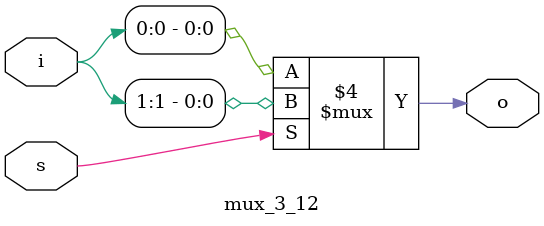
<source format=v>
`timescale 1ns / 1ps
module mux_3_12(
	input [1:0]i,
	input s,
	output reg o
    );
	 
always @(s,i)

begin
if (s==0)
o=i[0];

else
o=i[1];

end

endmodule

</source>
